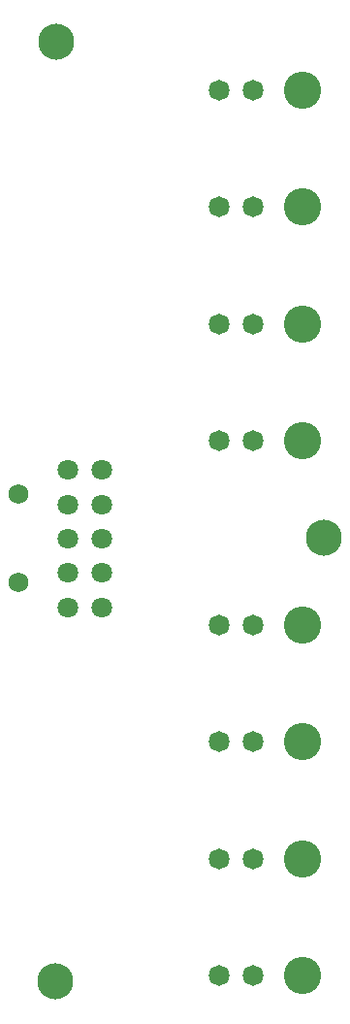
<source format=gts>
G04*
G04 #@! TF.GenerationSoftware,Altium Limited,Altium Designer,21.6.4 (81)*
G04*
G04 Layer_Color=8388736*
%FSLAX25Y25*%
%MOIN*%
G70*
G04*
G04 #@! TF.SameCoordinates,D5AC2A0C-6B64-4F22-A7EC-2E28CE3556BC*
G04*
G04*
G04 #@! TF.FilePolarity,Negative*
G04*
G01*
G75*
%ADD14C,0.07119*%
%ADD15C,0.06804*%
%ADD16C,0.07178*%
%ADD17C,0.12808*%
%ADD18C,0.12394*%
D14*
X303189Y-100722D02*
D03*
Y-88911D02*
D03*
Y-77100D02*
D03*
Y-65289D02*
D03*
Y-53478D02*
D03*
X315000Y-100722D02*
D03*
Y-88911D02*
D03*
Y-77100D02*
D03*
Y-65289D02*
D03*
Y-53478D02*
D03*
D15*
X286181Y-61942D02*
D03*
Y-92257D02*
D03*
D16*
X366992Y-186946D02*
D03*
X355181D02*
D03*
X366992Y-146900D02*
D03*
X355181D02*
D03*
X366992Y-106854D02*
D03*
X355181D02*
D03*
X366992Y-43337D02*
D03*
X355181D02*
D03*
X366992Y-3291D02*
D03*
X355181D02*
D03*
X366992Y77000D02*
D03*
X355181D02*
D03*
X366992Y36754D02*
D03*
X355181D02*
D03*
X366992Y-226991D02*
D03*
X355181D02*
D03*
D17*
X384000Y-186946D02*
D03*
Y-146900D02*
D03*
Y-106854D02*
D03*
Y-43337D02*
D03*
Y-3291D02*
D03*
Y77000D02*
D03*
Y36754D02*
D03*
Y-226991D02*
D03*
D18*
X391200Y-76800D02*
D03*
X299100Y93500D02*
D03*
X299000Y-229200D02*
D03*
M02*

</source>
